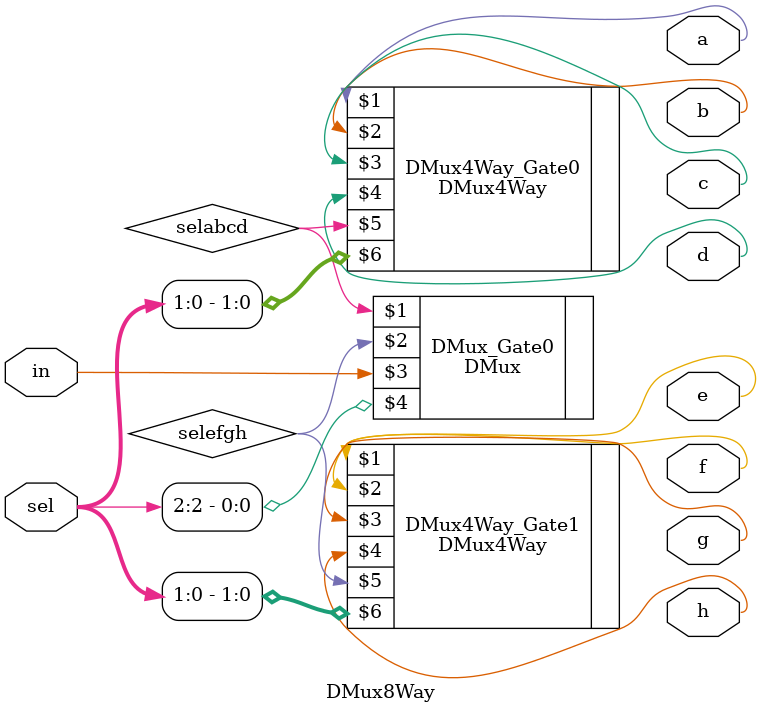
<source format=v>
`include "DMux4Way.v"

module DMux8Way(a, b, c, d, e, f, g, h, in, sel);

output a, b, c, d, e, f, g, h;
input in;
input [2:0] sel;

wire selabcd, selefgh;

DMux DMux_Gate0(selabcd, selefgh, in, sel[2]);
DMux4Way DMux4Way_Gate0(a, b, c, d, selabcd, sel[1:0]);
DMux4Way DMux4Way_Gate1(e, f, g, h, selefgh, sel[1:0]);

endmodule
</source>
